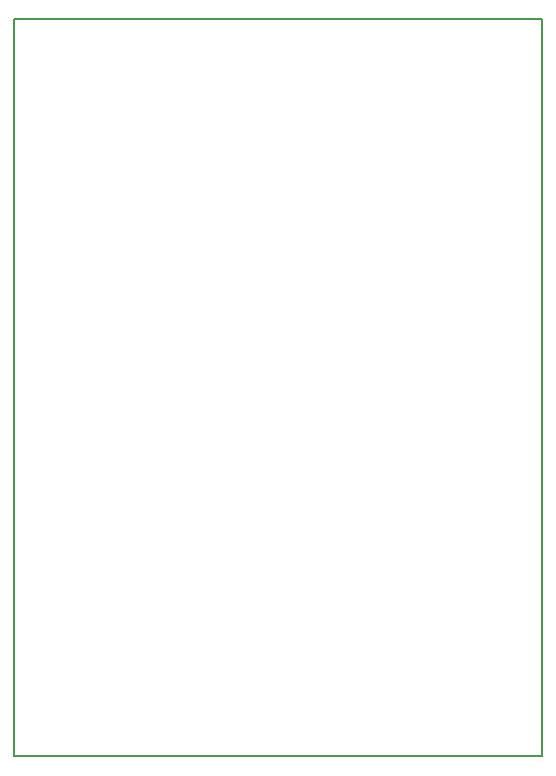
<source format=gm1>
G04 MADE WITH FRITZING*
G04 WWW.FRITZING.ORG*
G04 DOUBLE SIDED*
G04 HOLES PLATED*
G04 CONTOUR ON CENTER OF CONTOUR VECTOR*
%ASAXBY*%
%FSLAX23Y23*%
%MOIN*%
%OFA0B0*%
%SFA1.0B1.0*%
%ADD10R,1.764870X2.464810*%
%ADD11C,0.008000*%
%ADD10C,0.008*%
%LNCONTOUR*%
G90*
G70*
G54D10*
G54D11*
X4Y2461D02*
X1761Y2461D01*
X1761Y4D01*
X4Y4D01*
X4Y2461D01*
D02*
G04 End of contour*
M02*
</source>
